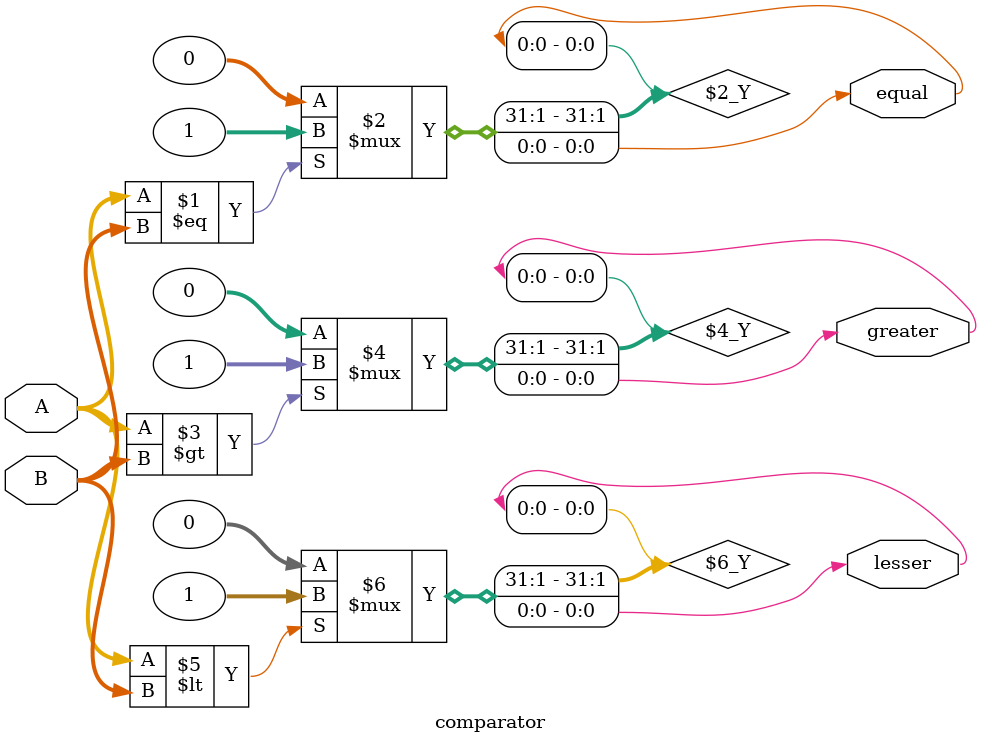
<source format=v>

module comparator
#(parameter WIDTH = 8)
(
    input [WIDTH-1:0] A, B,
    output equal, greater, lesser
);

assign equal = (A == B)? 1 : 0;
assign greater = (A > B)? 1 : 0;
assign lesser = (A < B)? 1 : 0;

endmodule
</source>
